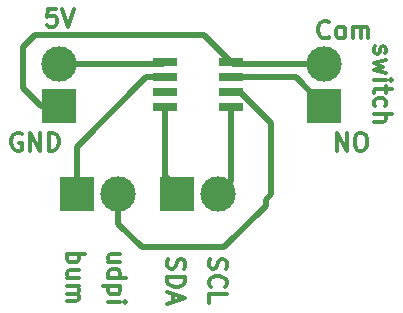
<source format=gbr>
%TF.GenerationSoftware,KiCad,Pcbnew,8.0.0*%
%TF.CreationDate,2024-04-30T16:38:53+03:00*%
%TF.ProjectId,bumper-kicad,62756d70-6572-42d6-9b69-6361642e6b69,rev?*%
%TF.SameCoordinates,Original*%
%TF.FileFunction,Copper,L1,Top*%
%TF.FilePolarity,Positive*%
%FSLAX46Y46*%
G04 Gerber Fmt 4.6, Leading zero omitted, Abs format (unit mm)*
G04 Created by KiCad (PCBNEW 8.0.0) date 2024-04-30 16:38:53*
%MOMM*%
%LPD*%
G01*
G04 APERTURE LIST*
%ADD10C,0.300000*%
%TA.AperFunction,NonConductor*%
%ADD11C,0.300000*%
%TD*%
%TA.AperFunction,ComponentPad*%
%ADD12R,3.000000X3.000000*%
%TD*%
%TA.AperFunction,ComponentPad*%
%ADD13C,3.000000*%
%TD*%
%TA.AperFunction,SMDPad,CuDef*%
%ADD14R,2.000000X0.800000*%
%TD*%
%TA.AperFunction,Conductor*%
%ADD15C,0.500000*%
%TD*%
G04 APERTURE END LIST*
D10*
D11*
X166199171Y-100697368D02*
X165199171Y-100697368D01*
X166199171Y-100054510D02*
X165413457Y-100054510D01*
X165413457Y-100054510D02*
X165270600Y-100125939D01*
X165270600Y-100125939D02*
X165199171Y-100268796D01*
X165199171Y-100268796D02*
X165199171Y-100483082D01*
X165199171Y-100483082D02*
X165270600Y-100625939D01*
X165270600Y-100625939D02*
X165342028Y-100697368D01*
X165199171Y-102054511D02*
X166699171Y-102054511D01*
X165270600Y-102054511D02*
X165199171Y-101911653D01*
X165199171Y-101911653D02*
X165199171Y-101625939D01*
X165199171Y-101625939D02*
X165270600Y-101483082D01*
X165270600Y-101483082D02*
X165342028Y-101411653D01*
X165342028Y-101411653D02*
X165484885Y-101340225D01*
X165484885Y-101340225D02*
X165913457Y-101340225D01*
X165913457Y-101340225D02*
X166056314Y-101411653D01*
X166056314Y-101411653D02*
X166127742Y-101483082D01*
X166127742Y-101483082D02*
X166199171Y-101625939D01*
X166199171Y-101625939D02*
X166199171Y-101911653D01*
X166199171Y-101911653D02*
X166127742Y-102054511D01*
X166199171Y-102768796D02*
X164699171Y-102768796D01*
X166127742Y-102768796D02*
X166199171Y-102911654D01*
X166199171Y-102911654D02*
X166199171Y-103197368D01*
X166199171Y-103197368D02*
X166127742Y-103340225D01*
X166127742Y-103340225D02*
X166056314Y-103411654D01*
X166056314Y-103411654D02*
X165913457Y-103483082D01*
X165913457Y-103483082D02*
X165484885Y-103483082D01*
X165484885Y-103483082D02*
X165342028Y-103411654D01*
X165342028Y-103411654D02*
X165270600Y-103340225D01*
X165270600Y-103340225D02*
X165199171Y-103197368D01*
X165199171Y-103197368D02*
X165199171Y-102911654D01*
X165199171Y-102911654D02*
X165270600Y-102768796D01*
X165199171Y-104125939D02*
X166199171Y-104125939D01*
X166699171Y-104125939D02*
X166627742Y-104054511D01*
X166627742Y-104054511D02*
X166556314Y-104125939D01*
X166556314Y-104125939D02*
X166627742Y-104197368D01*
X166627742Y-104197368D02*
X166699171Y-104125939D01*
X166699171Y-104125939D02*
X166556314Y-104125939D01*
D10*
D11*
X161699171Y-100054510D02*
X163199171Y-100054510D01*
X162627742Y-100054510D02*
X162699171Y-100197368D01*
X162699171Y-100197368D02*
X162699171Y-100483082D01*
X162699171Y-100483082D02*
X162627742Y-100625939D01*
X162627742Y-100625939D02*
X162556314Y-100697368D01*
X162556314Y-100697368D02*
X162413457Y-100768796D01*
X162413457Y-100768796D02*
X161984885Y-100768796D01*
X161984885Y-100768796D02*
X161842028Y-100697368D01*
X161842028Y-100697368D02*
X161770600Y-100625939D01*
X161770600Y-100625939D02*
X161699171Y-100483082D01*
X161699171Y-100483082D02*
X161699171Y-100197368D01*
X161699171Y-100197368D02*
X161770600Y-100054510D01*
X162699171Y-102054511D02*
X161699171Y-102054511D01*
X162699171Y-101411653D02*
X161913457Y-101411653D01*
X161913457Y-101411653D02*
X161770600Y-101483082D01*
X161770600Y-101483082D02*
X161699171Y-101625939D01*
X161699171Y-101625939D02*
X161699171Y-101840225D01*
X161699171Y-101840225D02*
X161770600Y-101983082D01*
X161770600Y-101983082D02*
X161842028Y-102054511D01*
X161699171Y-102768796D02*
X162699171Y-102768796D01*
X162556314Y-102768796D02*
X162627742Y-102840225D01*
X162627742Y-102840225D02*
X162699171Y-102983082D01*
X162699171Y-102983082D02*
X162699171Y-103197368D01*
X162699171Y-103197368D02*
X162627742Y-103340225D01*
X162627742Y-103340225D02*
X162484885Y-103411654D01*
X162484885Y-103411654D02*
X161699171Y-103411654D01*
X162484885Y-103411654D02*
X162627742Y-103483082D01*
X162627742Y-103483082D02*
X162699171Y-103625939D01*
X162699171Y-103625939D02*
X162699171Y-103840225D01*
X162699171Y-103840225D02*
X162627742Y-103983082D01*
X162627742Y-103983082D02*
X162484885Y-104054511D01*
X162484885Y-104054511D02*
X161699171Y-104054511D01*
D10*
D11*
X170270600Y-100483082D02*
X170199171Y-100697368D01*
X170199171Y-100697368D02*
X170199171Y-101054510D01*
X170199171Y-101054510D02*
X170270600Y-101197368D01*
X170270600Y-101197368D02*
X170342028Y-101268796D01*
X170342028Y-101268796D02*
X170484885Y-101340225D01*
X170484885Y-101340225D02*
X170627742Y-101340225D01*
X170627742Y-101340225D02*
X170770600Y-101268796D01*
X170770600Y-101268796D02*
X170842028Y-101197368D01*
X170842028Y-101197368D02*
X170913457Y-101054510D01*
X170913457Y-101054510D02*
X170984885Y-100768796D01*
X170984885Y-100768796D02*
X171056314Y-100625939D01*
X171056314Y-100625939D02*
X171127742Y-100554510D01*
X171127742Y-100554510D02*
X171270600Y-100483082D01*
X171270600Y-100483082D02*
X171413457Y-100483082D01*
X171413457Y-100483082D02*
X171556314Y-100554510D01*
X171556314Y-100554510D02*
X171627742Y-100625939D01*
X171627742Y-100625939D02*
X171699171Y-100768796D01*
X171699171Y-100768796D02*
X171699171Y-101125939D01*
X171699171Y-101125939D02*
X171627742Y-101340225D01*
X170199171Y-101983081D02*
X171699171Y-101983081D01*
X171699171Y-101983081D02*
X171699171Y-102340224D01*
X171699171Y-102340224D02*
X171627742Y-102554510D01*
X171627742Y-102554510D02*
X171484885Y-102697367D01*
X171484885Y-102697367D02*
X171342028Y-102768796D01*
X171342028Y-102768796D02*
X171056314Y-102840224D01*
X171056314Y-102840224D02*
X170842028Y-102840224D01*
X170842028Y-102840224D02*
X170556314Y-102768796D01*
X170556314Y-102768796D02*
X170413457Y-102697367D01*
X170413457Y-102697367D02*
X170270600Y-102554510D01*
X170270600Y-102554510D02*
X170199171Y-102340224D01*
X170199171Y-102340224D02*
X170199171Y-101983081D01*
X170627742Y-103411653D02*
X170627742Y-104125939D01*
X170199171Y-103268796D02*
X171699171Y-103768796D01*
X171699171Y-103768796D02*
X170199171Y-104268796D01*
D10*
D11*
X157840225Y-89872257D02*
X157697368Y-89800828D01*
X157697368Y-89800828D02*
X157483082Y-89800828D01*
X157483082Y-89800828D02*
X157268796Y-89872257D01*
X157268796Y-89872257D02*
X157125939Y-90015114D01*
X157125939Y-90015114D02*
X157054510Y-90157971D01*
X157054510Y-90157971D02*
X156983082Y-90443685D01*
X156983082Y-90443685D02*
X156983082Y-90657971D01*
X156983082Y-90657971D02*
X157054510Y-90943685D01*
X157054510Y-90943685D02*
X157125939Y-91086542D01*
X157125939Y-91086542D02*
X157268796Y-91229400D01*
X157268796Y-91229400D02*
X157483082Y-91300828D01*
X157483082Y-91300828D02*
X157625939Y-91300828D01*
X157625939Y-91300828D02*
X157840225Y-91229400D01*
X157840225Y-91229400D02*
X157911653Y-91157971D01*
X157911653Y-91157971D02*
X157911653Y-90657971D01*
X157911653Y-90657971D02*
X157625939Y-90657971D01*
X158554510Y-91300828D02*
X158554510Y-89800828D01*
X158554510Y-89800828D02*
X159411653Y-91300828D01*
X159411653Y-91300828D02*
X159411653Y-89800828D01*
X160125939Y-91300828D02*
X160125939Y-89800828D01*
X160125939Y-89800828D02*
X160483082Y-89800828D01*
X160483082Y-89800828D02*
X160697368Y-89872257D01*
X160697368Y-89872257D02*
X160840225Y-90015114D01*
X160840225Y-90015114D02*
X160911654Y-90157971D01*
X160911654Y-90157971D02*
X160983082Y-90443685D01*
X160983082Y-90443685D02*
X160983082Y-90657971D01*
X160983082Y-90657971D02*
X160911654Y-90943685D01*
X160911654Y-90943685D02*
X160840225Y-91086542D01*
X160840225Y-91086542D02*
X160697368Y-91229400D01*
X160697368Y-91229400D02*
X160483082Y-91300828D01*
X160483082Y-91300828D02*
X160125939Y-91300828D01*
D10*
D11*
X173770600Y-100483082D02*
X173699171Y-100697368D01*
X173699171Y-100697368D02*
X173699171Y-101054510D01*
X173699171Y-101054510D02*
X173770600Y-101197368D01*
X173770600Y-101197368D02*
X173842028Y-101268796D01*
X173842028Y-101268796D02*
X173984885Y-101340225D01*
X173984885Y-101340225D02*
X174127742Y-101340225D01*
X174127742Y-101340225D02*
X174270600Y-101268796D01*
X174270600Y-101268796D02*
X174342028Y-101197368D01*
X174342028Y-101197368D02*
X174413457Y-101054510D01*
X174413457Y-101054510D02*
X174484885Y-100768796D01*
X174484885Y-100768796D02*
X174556314Y-100625939D01*
X174556314Y-100625939D02*
X174627742Y-100554510D01*
X174627742Y-100554510D02*
X174770600Y-100483082D01*
X174770600Y-100483082D02*
X174913457Y-100483082D01*
X174913457Y-100483082D02*
X175056314Y-100554510D01*
X175056314Y-100554510D02*
X175127742Y-100625939D01*
X175127742Y-100625939D02*
X175199171Y-100768796D01*
X175199171Y-100768796D02*
X175199171Y-101125939D01*
X175199171Y-101125939D02*
X175127742Y-101340225D01*
X173842028Y-102840224D02*
X173770600Y-102768796D01*
X173770600Y-102768796D02*
X173699171Y-102554510D01*
X173699171Y-102554510D02*
X173699171Y-102411653D01*
X173699171Y-102411653D02*
X173770600Y-102197367D01*
X173770600Y-102197367D02*
X173913457Y-102054510D01*
X173913457Y-102054510D02*
X174056314Y-101983081D01*
X174056314Y-101983081D02*
X174342028Y-101911653D01*
X174342028Y-101911653D02*
X174556314Y-101911653D01*
X174556314Y-101911653D02*
X174842028Y-101983081D01*
X174842028Y-101983081D02*
X174984885Y-102054510D01*
X174984885Y-102054510D02*
X175127742Y-102197367D01*
X175127742Y-102197367D02*
X175199171Y-102411653D01*
X175199171Y-102411653D02*
X175199171Y-102554510D01*
X175199171Y-102554510D02*
X175127742Y-102768796D01*
X175127742Y-102768796D02*
X175056314Y-102840224D01*
X173699171Y-104197367D02*
X173699171Y-103483081D01*
X173699171Y-103483081D02*
X175199171Y-103483081D01*
D10*
D11*
X160768796Y-79300828D02*
X160054510Y-79300828D01*
X160054510Y-79300828D02*
X159983082Y-80015114D01*
X159983082Y-80015114D02*
X160054510Y-79943685D01*
X160054510Y-79943685D02*
X160197368Y-79872257D01*
X160197368Y-79872257D02*
X160554510Y-79872257D01*
X160554510Y-79872257D02*
X160697368Y-79943685D01*
X160697368Y-79943685D02*
X160768796Y-80015114D01*
X160768796Y-80015114D02*
X160840225Y-80157971D01*
X160840225Y-80157971D02*
X160840225Y-80515114D01*
X160840225Y-80515114D02*
X160768796Y-80657971D01*
X160768796Y-80657971D02*
X160697368Y-80729400D01*
X160697368Y-80729400D02*
X160554510Y-80800828D01*
X160554510Y-80800828D02*
X160197368Y-80800828D01*
X160197368Y-80800828D02*
X160054510Y-80729400D01*
X160054510Y-80729400D02*
X159983082Y-80657971D01*
X161268796Y-79300828D02*
X161768796Y-80800828D01*
X161768796Y-80800828D02*
X162268796Y-79300828D01*
D10*
D11*
X184554510Y-91300828D02*
X184554510Y-89800828D01*
X184554510Y-89800828D02*
X185411653Y-91300828D01*
X185411653Y-91300828D02*
X185411653Y-89800828D01*
X186411654Y-89800828D02*
X186697368Y-89800828D01*
X186697368Y-89800828D02*
X186840225Y-89872257D01*
X186840225Y-89872257D02*
X186983082Y-90015114D01*
X186983082Y-90015114D02*
X187054511Y-90300828D01*
X187054511Y-90300828D02*
X187054511Y-90800828D01*
X187054511Y-90800828D02*
X186983082Y-91086542D01*
X186983082Y-91086542D02*
X186840225Y-91229400D01*
X186840225Y-91229400D02*
X186697368Y-91300828D01*
X186697368Y-91300828D02*
X186411654Y-91300828D01*
X186411654Y-91300828D02*
X186268797Y-91229400D01*
X186268797Y-91229400D02*
X186125939Y-91086542D01*
X186125939Y-91086542D02*
X186054511Y-90800828D01*
X186054511Y-90800828D02*
X186054511Y-90300828D01*
X186054511Y-90300828D02*
X186125939Y-90015114D01*
X186125939Y-90015114D02*
X186268797Y-89872257D01*
X186268797Y-89872257D02*
X186411654Y-89800828D01*
D10*
D11*
X187770600Y-82483082D02*
X187699171Y-82625939D01*
X187699171Y-82625939D02*
X187699171Y-82911653D01*
X187699171Y-82911653D02*
X187770600Y-83054510D01*
X187770600Y-83054510D02*
X187913457Y-83125939D01*
X187913457Y-83125939D02*
X187984885Y-83125939D01*
X187984885Y-83125939D02*
X188127742Y-83054510D01*
X188127742Y-83054510D02*
X188199171Y-82911653D01*
X188199171Y-82911653D02*
X188199171Y-82697368D01*
X188199171Y-82697368D02*
X188270600Y-82554510D01*
X188270600Y-82554510D02*
X188413457Y-82483082D01*
X188413457Y-82483082D02*
X188484885Y-82483082D01*
X188484885Y-82483082D02*
X188627742Y-82554510D01*
X188627742Y-82554510D02*
X188699171Y-82697368D01*
X188699171Y-82697368D02*
X188699171Y-82911653D01*
X188699171Y-82911653D02*
X188627742Y-83054510D01*
X188699171Y-83625939D02*
X187699171Y-83911654D01*
X187699171Y-83911654D02*
X188413457Y-84197368D01*
X188413457Y-84197368D02*
X187699171Y-84483082D01*
X187699171Y-84483082D02*
X188699171Y-84768796D01*
X187699171Y-85340225D02*
X188699171Y-85340225D01*
X189199171Y-85340225D02*
X189127742Y-85268797D01*
X189127742Y-85268797D02*
X189056314Y-85340225D01*
X189056314Y-85340225D02*
X189127742Y-85411654D01*
X189127742Y-85411654D02*
X189199171Y-85340225D01*
X189199171Y-85340225D02*
X189056314Y-85340225D01*
X188699171Y-85840226D02*
X188699171Y-86411654D01*
X189199171Y-86054511D02*
X187913457Y-86054511D01*
X187913457Y-86054511D02*
X187770600Y-86125940D01*
X187770600Y-86125940D02*
X187699171Y-86268797D01*
X187699171Y-86268797D02*
X187699171Y-86411654D01*
X187770600Y-87554512D02*
X187699171Y-87411654D01*
X187699171Y-87411654D02*
X187699171Y-87125940D01*
X187699171Y-87125940D02*
X187770600Y-86983083D01*
X187770600Y-86983083D02*
X187842028Y-86911654D01*
X187842028Y-86911654D02*
X187984885Y-86840226D01*
X187984885Y-86840226D02*
X188413457Y-86840226D01*
X188413457Y-86840226D02*
X188556314Y-86911654D01*
X188556314Y-86911654D02*
X188627742Y-86983083D01*
X188627742Y-86983083D02*
X188699171Y-87125940D01*
X188699171Y-87125940D02*
X188699171Y-87411654D01*
X188699171Y-87411654D02*
X188627742Y-87554512D01*
X187699171Y-88197368D02*
X189199171Y-88197368D01*
X187699171Y-88840226D02*
X188484885Y-88840226D01*
X188484885Y-88840226D02*
X188627742Y-88768797D01*
X188627742Y-88768797D02*
X188699171Y-88625940D01*
X188699171Y-88625940D02*
X188699171Y-88411654D01*
X188699171Y-88411654D02*
X188627742Y-88268797D01*
X188627742Y-88268797D02*
X188556314Y-88197368D01*
D10*
D11*
X183911653Y-81657971D02*
X183840225Y-81729400D01*
X183840225Y-81729400D02*
X183625939Y-81800828D01*
X183625939Y-81800828D02*
X183483082Y-81800828D01*
X183483082Y-81800828D02*
X183268796Y-81729400D01*
X183268796Y-81729400D02*
X183125939Y-81586542D01*
X183125939Y-81586542D02*
X183054510Y-81443685D01*
X183054510Y-81443685D02*
X182983082Y-81157971D01*
X182983082Y-81157971D02*
X182983082Y-80943685D01*
X182983082Y-80943685D02*
X183054510Y-80657971D01*
X183054510Y-80657971D02*
X183125939Y-80515114D01*
X183125939Y-80515114D02*
X183268796Y-80372257D01*
X183268796Y-80372257D02*
X183483082Y-80300828D01*
X183483082Y-80300828D02*
X183625939Y-80300828D01*
X183625939Y-80300828D02*
X183840225Y-80372257D01*
X183840225Y-80372257D02*
X183911653Y-80443685D01*
X184768796Y-81800828D02*
X184625939Y-81729400D01*
X184625939Y-81729400D02*
X184554510Y-81657971D01*
X184554510Y-81657971D02*
X184483082Y-81515114D01*
X184483082Y-81515114D02*
X184483082Y-81086542D01*
X184483082Y-81086542D02*
X184554510Y-80943685D01*
X184554510Y-80943685D02*
X184625939Y-80872257D01*
X184625939Y-80872257D02*
X184768796Y-80800828D01*
X184768796Y-80800828D02*
X184983082Y-80800828D01*
X184983082Y-80800828D02*
X185125939Y-80872257D01*
X185125939Y-80872257D02*
X185197368Y-80943685D01*
X185197368Y-80943685D02*
X185268796Y-81086542D01*
X185268796Y-81086542D02*
X185268796Y-81515114D01*
X185268796Y-81515114D02*
X185197368Y-81657971D01*
X185197368Y-81657971D02*
X185125939Y-81729400D01*
X185125939Y-81729400D02*
X184983082Y-81800828D01*
X184983082Y-81800828D02*
X184768796Y-81800828D01*
X185911653Y-81800828D02*
X185911653Y-80800828D01*
X185911653Y-80943685D02*
X185983082Y-80872257D01*
X185983082Y-80872257D02*
X186125939Y-80800828D01*
X186125939Y-80800828D02*
X186340225Y-80800828D01*
X186340225Y-80800828D02*
X186483082Y-80872257D01*
X186483082Y-80872257D02*
X186554511Y-81015114D01*
X186554511Y-81015114D02*
X186554511Y-81800828D01*
X186554511Y-81015114D02*
X186625939Y-80872257D01*
X186625939Y-80872257D02*
X186768796Y-80800828D01*
X186768796Y-80800828D02*
X186983082Y-80800828D01*
X186983082Y-80800828D02*
X187125939Y-80872257D01*
X187125939Y-80872257D02*
X187197368Y-81015114D01*
X187197368Y-81015114D02*
X187197368Y-81800828D01*
D12*
%TO.P,SDA1,1,Pin_1*%
%TO.N,Net-(SDA1-Pin_1)*%
X171000000Y-95000000D03*
D13*
%TO.P,SDA1,2,Pin_2*%
%TO.N,Net-(SDA1-Pin_2)*%
X174500000Y-95000000D03*
%TD*%
D14*
%TO.P,U1,1,VCC*%
%TO.N,Net-(5V1-Pin_2)*%
X169985000Y-83835000D03*
%TO.P,U1,2,TXD/PA6/DAC*%
%TO.N,Net-(Solenoid1-Pin_1)*%
X169985000Y-85105000D03*
%TO.P,U1,3,RXD/PA7*%
%TO.N,unconnected-(U1-RXD{slash}PA7-Pad3)*%
X169985000Y-86375000D03*
%TO.P,U1,4,PA1/SDA*%
%TO.N,Net-(SDA1-Pin_1)*%
X169985000Y-87645000D03*
%TO.P,U1,5,PA2/SCL*%
%TO.N,Net-(SDA1-Pin_2)*%
X175585000Y-87645000D03*
%TO.P,U1,6,~{RESET}/UPDI/PA0*%
%TO.N,Net-(Solenoid1-Pin_2)*%
X175585000Y-86375000D03*
%TO.P,U1,7,PA3/SCK*%
%TO.N,Net-(U1-PA3{slash}SCK)*%
X175585000Y-85105000D03*
%TO.P,U1,8,GND*%
%TO.N,Net-(5V1-Pin_1)*%
X175585000Y-83835000D03*
%TD*%
D12*
%TO.P,switch-plus1,1,Pin_1*%
%TO.N,Net-(U1-PA3{slash}SCK)*%
X183450000Y-87500000D03*
D13*
%TO.P,switch-plus1,2,Pin_2*%
%TO.N,Net-(5V1-Pin_1)*%
X183450000Y-84000000D03*
%TD*%
D12*
%TO.P,Solenoid1,1,Pin_1*%
%TO.N,Net-(Solenoid1-Pin_1)*%
X162500000Y-95000000D03*
D13*
%TO.P,Solenoid1,2,Pin_2*%
%TO.N,Net-(Solenoid1-Pin_2)*%
X166000000Y-95000000D03*
%TD*%
D12*
%TO.P,5V1,1,Pin_1*%
%TO.N,Net-(5V1-Pin_1)*%
X161000000Y-87500000D03*
D13*
%TO.P,5V1,2,Pin_2*%
%TO.N,Net-(5V1-Pin_2)*%
X161000000Y-84000000D03*
%TD*%
D15*
%TO.N,Net-(5V1-Pin_1)*%
X175585000Y-83835000D02*
X173250000Y-81500000D01*
X159000000Y-81500000D02*
X158000000Y-82500000D01*
X158000000Y-82500000D02*
X158000000Y-86000000D01*
X173250000Y-81500000D02*
X159000000Y-81500000D01*
X158000000Y-86000000D02*
X159500000Y-87500000D01*
X159500000Y-87500000D02*
X161000000Y-87500000D01*
X183450000Y-84000000D02*
X175750000Y-84000000D01*
X175750000Y-84000000D02*
X175585000Y-83835000D01*
%TO.N,Net-(Solenoid1-Pin_2)*%
X175000000Y-99500000D02*
X178500000Y-96000000D01*
X178500000Y-96000000D02*
X178500000Y-95500000D01*
X179000000Y-95000000D02*
X179000000Y-89000000D01*
X168000000Y-99500000D02*
X175000000Y-99500000D01*
X178500000Y-95500000D02*
X179000000Y-95000000D01*
X166000000Y-95000000D02*
X166000000Y-97500000D01*
X179000000Y-89000000D02*
X176375000Y-86375000D01*
X176375000Y-86375000D02*
X175585000Y-86375000D01*
%TO.N,Net-(Solenoid1-Pin_1)*%
X162500000Y-95000000D02*
X162500000Y-91000000D01*
%TO.N,Net-(Solenoid1-Pin_2)*%
X166000000Y-97500000D02*
X168000000Y-99500000D01*
%TO.N,Net-(Solenoid1-Pin_1)*%
X168395000Y-85105000D02*
X169985000Y-85105000D01*
X162500000Y-91000000D02*
X168395000Y-85105000D01*
%TO.N,Net-(U1-PA3{slash}SCK)*%
X183450000Y-87500000D02*
X181055000Y-85105000D01*
%TO.N,Net-(SDA1-Pin_1)*%
X169985000Y-93485000D02*
X169985000Y-87645000D01*
%TO.N,Net-(5V1-Pin_2)*%
X169820000Y-84000000D02*
X169985000Y-83835000D01*
%TO.N,Net-(SDA1-Pin_1)*%
X171000000Y-94500000D02*
X169985000Y-93485000D01*
%TO.N,Net-(SDA1-Pin_2)*%
X175585000Y-87645000D02*
X175585000Y-93915000D01*
%TO.N,Net-(SDA1-Pin_1)*%
X171000000Y-95000000D02*
X171000000Y-94500000D01*
%TO.N,Net-(SDA1-Pin_2)*%
X175585000Y-93915000D02*
X174500000Y-95000000D01*
%TO.N,Net-(5V1-Pin_2)*%
X161000000Y-84000000D02*
X169820000Y-84000000D01*
%TO.N,Net-(U1-PA3{slash}SCK)*%
X181055000Y-85105000D02*
X175585000Y-85105000D01*
%TO.N,Net-(5V1-Pin_2)*%
X161000000Y-84000000D02*
X169820000Y-84000000D01*
X169820000Y-84000000D02*
X169985000Y-83835000D01*
%TO.N,Net-(SDA1-Pin_1)*%
X169985000Y-93485000D02*
X169985000Y-87645000D01*
X171000000Y-94500000D02*
X169985000Y-93485000D01*
X171000000Y-95000000D02*
X171000000Y-94500000D01*
%TO.N,Net-(SDA1-Pin_2)*%
X175585000Y-87645000D02*
X175585000Y-93915000D01*
X175585000Y-93915000D02*
X174500000Y-95000000D01*
%TO.N,Net-(U1-PA3{slash}SCK)*%
X181055000Y-85105000D02*
X175585000Y-85105000D01*
X183450000Y-87500000D02*
X181055000Y-85105000D01*
%TO.N,Net-(Solenoid1-Pin_1)*%
X162500000Y-91000000D02*
X168395000Y-85105000D01*
X168395000Y-85105000D02*
X169985000Y-85105000D01*
X162500000Y-95000000D02*
X162500000Y-91000000D01*
%TO.N,Net-(Solenoid1-Pin_2)*%
X176375000Y-86375000D02*
X175585000Y-86375000D01*
X179000000Y-89000000D02*
X176375000Y-86375000D01*
X166000000Y-97500000D02*
X168000000Y-99500000D01*
X166000000Y-95000000D02*
X166000000Y-97500000D01*
X168000000Y-99500000D02*
X175000000Y-99500000D01*
X178500000Y-95500000D02*
X179000000Y-95000000D01*
X179000000Y-95000000D02*
X179000000Y-89000000D01*
X178500000Y-96000000D02*
X178500000Y-95500000D01*
X175000000Y-99500000D02*
X178500000Y-96000000D01*
%TO.N,Net-(5V1-Pin_1)*%
X175750000Y-84000000D02*
X175585000Y-83835000D01*
X183450000Y-84000000D02*
X175750000Y-84000000D01*
%TD*%
M02*

</source>
